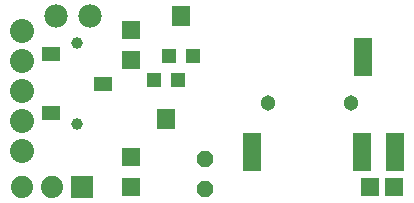
<source format=gbs>
G75*
%MOIN*%
%OFA0B0*%
%FSLAX25Y25*%
%IPPOS*%
%LPD*%
%AMOC8*
5,1,8,0,0,1.08239X$1,22.5*
%
%ADD10OC8,0.05600*%
%ADD11C,0.07400*%
%ADD12R,0.07400X0.07400*%
%ADD13R,0.05912X0.05124*%
%ADD14C,0.03943*%
%ADD15C,0.07800*%
%ADD16C,0.08000*%
%ADD17R,0.05943X0.05943*%
%ADD18R,0.06306X0.06699*%
%ADD19R,0.05124X0.05124*%
%ADD20R,0.06400X0.12900*%
%ADD21C,0.05124*%
D10*
X0070100Y0010600D03*
X0070100Y0020600D03*
D11*
X0009100Y0011100D03*
X0019100Y0011100D03*
D12*
X0029100Y0011100D03*
D13*
X0018939Y0035757D03*
X0036261Y0045600D03*
X0018939Y0055443D03*
D14*
X0027600Y0058986D03*
X0027600Y0032214D03*
D15*
X0031800Y0068100D03*
X0020400Y0068100D03*
D16*
X0009100Y0063100D03*
X0009100Y0053100D03*
X0009100Y0043100D03*
X0009100Y0033100D03*
X0009100Y0023100D03*
D17*
X0045600Y0021100D03*
X0045600Y0011100D03*
X0045600Y0053600D03*
X0045600Y0063600D03*
X0125100Y0011100D03*
X0133100Y0011100D03*
D18*
X0057100Y0033694D03*
X0062100Y0068006D03*
D19*
X0058163Y0054915D03*
X0066037Y0054915D03*
X0061037Y0046785D03*
X0053163Y0046785D03*
D20*
X0085935Y0022850D03*
X0122502Y0022850D03*
X0133424Y0022850D03*
X0122691Y0054460D03*
D21*
X0118801Y0039072D03*
X0091242Y0039072D03*
M02*

</source>
